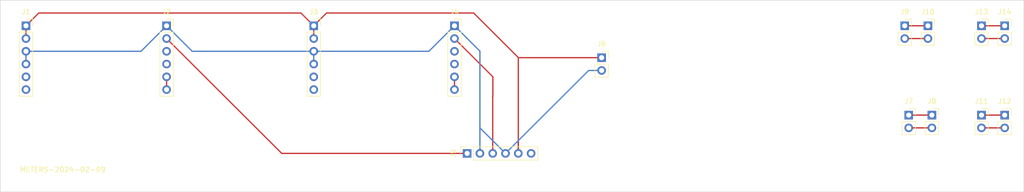
<source format=kicad_pcb>
(kicad_pcb (version 20221018) (generator pcbnew)
  (layers (0 "F.Cu" signal) (31 "B.Cu" signal) (34 "B.Paste" user) (35 "F.Paste" user) (36 "B.SilkS" user "B.Silkscreen") (37 "F.SilkS" user "F.Silkscreen") (38 "B.Mask" user) (39 "F.Mask" user) (44 "Edge.Cuts" user))
  (net 0 "")
  (net 1 "Net-(J1-Pin_1)")
  (net 2 "Net-(J1-Pin_3)")
  (net 5 "Net-(J2-Pin_2)")
  (net 8 "Net-(J2-Pin_5)")
  (net 11 "Net-(J4-Pin_2)")
  (net 14 "Net-(J4-Pin_5)")
  (net 16 "Net-(J7-Pin_1)")
  (net 17 "Net-(J7-Pin_2)")
  (net 18 "Net-(J10-Pin_1)")
  (net 19 "Net-(J10-Pin_2)")
  (net 20 "Net-(J11-Pin_1)")
  (net 21 "Net-(J11-Pin_2)")
  (net 22 "Net-(J13-Pin_1)")
  (net 23 "Net-(J13-Pin_2)")
  (footprint "Connector_PinSocket_2.54mm:PinSocket_1x06_P2.54mm_Vertical" (layer "F.Cu") (at 90.17 5.08)
    (fp_text reference "J4" (at 0 -2.77) (layer "F.SilkS"))
    (fp_text value "M_06-12-7")
    (fp_line (start -1.33 1.27) (end -1.33 14.03) (stroke (width 0.12)) (layer "F.SilkS"))
    (fp_line (start -1.33 1.27) (end 1.33 1.27) (stroke (width 0.12)) (layer "F.SilkS"))
    (fp_line (start -1.33 14.03) (end 1.33 14.03) (stroke (width 0.12)) (layer "F.SilkS"))
    (fp_line (start 0 -1.33) (end 1.33 -1.33) (stroke (width 0.12)) (layer "F.SilkS"))
    (fp_line (start 1.33 -1.33) (end 1.33 0) (stroke (width 0.12)) (layer "F.SilkS"))
    (fp_line (start 1.33 1.27) (end 1.33 14.03) (stroke (width 0.12)) (layer "F.SilkS"))
    (pad "1" thru_hole rect (at 0 0) (size 1.7 1.7) (drill 1) (layers "*.Cu" "*.Mask") (net 2 "Net-(J1-Pin_3)"))
    (pad "2" thru_hole oval (at 0 2.54) (size 1.7 1.7) (drill 1) (layers "*.Cu" "*.Mask") (net 11 "Net-(J4-Pin_2)"))
    (pad "3" thru_hole oval (at 0 5.08) (size 1.7 1.7) (drill 1) (layers "*.Cu" "*.Mask"))
    (pad "4" thru_hole oval (at 0 7.62) (size 1.7 1.7) (drill 1) (layers "*.Cu" "*.Mask"))
    (pad "5" thru_hole oval (at 0 10.16) (size 1.7 1.7) (drill 1) (layers "*.Cu" "*.Mask") (net 14 "Net-(J4-Pin_5)"))
    (pad "6" thru_hole oval (at 0 12.7) (size 1.7 1.7) (drill 1) (layers "*.Cu" "*.Mask") (net 14 "Net-(J4-Pin_5)"))
  )
  (footprint "Connector_PinSocket_2.54mm:PinSocket_1x02_P2.54mm_Vertical" (layer "F.Cu") (at 199.39 22.86)
    (fp_text reference "J12" (at 0 -2.77) (layer "F.SilkS"))
    (fp_text value "MF3")
    (fp_line (start -1.33 1.27) (end -1.33 3.87) (stroke (width 0.12)) (layer "F.SilkS"))
    (fp_line (start -1.33 1.27) (end 1.33 1.27) (stroke (width 0.12)) (layer "F.SilkS"))
    (fp_line (start -1.33 3.87) (end 1.33 3.87) (stroke (width 0.12)) (layer "F.SilkS"))
    (fp_line (start 0 -1.33) (end 1.33 -1.33) (stroke (width 0.12)) (layer "F.SilkS"))
    (fp_line (start 1.33 -1.33) (end 1.33 0) (stroke (width 0.12)) (layer "F.SilkS"))
    (fp_line (start 1.33 1.27) (end 1.33 3.87) (stroke (width 0.12)) (layer "F.SilkS"))
    (pad "1" thru_hole rect (at 0 0) (size 1.7 1.7) (drill 1) (layers "*.Cu" "*.Mask") (net 20 "Net-(J11-Pin_1)"))
    (pad "2" thru_hole oval (at 0 2.54) (size 1.7 1.7) (drill 1) (layers "*.Cu" "*.Mask") (net 21 "Net-(J11-Pin_2)"))
  )
  (footprint "Connector_PinSocket_2.54mm:PinSocket_1x06_P2.54mm_Vertical" (layer "F.Cu") (at 62.23 5.08)
    (fp_text reference "J3" (at 0 -2.77) (layer "F.SilkS"))
    (fp_text value "M_96-1-6")
    (fp_line (start -1.33 1.27) (end -1.33 14.03) (stroke (width 0.12)) (layer "F.SilkS"))
    (fp_line (start -1.33 1.27) (end 1.33 1.27) (stroke (width 0.12)) (layer "F.SilkS"))
    (fp_line (start -1.33 14.03) (end 1.33 14.03) (stroke (width 0.12)) (layer "F.SilkS"))
    (fp_line (start 0 -1.33) (end 1.33 -1.33) (stroke (width 0.12)) (layer "F.SilkS"))
    (fp_line (start 1.33 -1.33) (end 1.33 0) (stroke (width 0.12)) (layer "F.SilkS"))
    (fp_line (start 1.33 1.27) (end 1.33 14.03) (stroke (width 0.12)) (layer "F.SilkS"))
    (pad "1" thru_hole rect (at 0 0) (size 1.7 1.7) (drill 1) (layers "*.Cu" "*.Mask") (net 1 "Net-(J1-Pin_1)"))
    (pad "2" thru_hole oval (at 0 2.54) (size 1.7 1.7) (drill 1) (layers "*.Cu" "*.Mask") (net 1 "Net-(J1-Pin_1)"))
    (pad "3" thru_hole oval (at 0 5.08) (size 1.7 1.7) (drill 1) (layers "*.Cu" "*.Mask") (net 2 "Net-(J1-Pin_3)"))
    (pad "4" thru_hole oval (at 0 7.62) (size 1.7 1.7) (drill 1) (layers "*.Cu" "*.Mask") (net 2 "Net-(J1-Pin_3)"))
    (pad "5" thru_hole oval (at 0 10.16) (size 1.7 1.7) (drill 1) (layers "*.Cu" "*.Mask"))
    (pad "6" thru_hole oval (at 0 12.7) (size 1.7 1.7) (drill 1) (layers "*.Cu" "*.Mask"))
  )
  (footprint "Connector_PinSocket_2.54mm:PinSocket_1x02_P2.54mm_Vertical" (layer "F.Cu") (at 119.38 11.43)
    (fp_text reference "J6" (at 0 -2.77) (layer "F.SilkS"))
    (fp_text value "M5")
    (fp_line (start -1.33 1.27) (end -1.33 3.87) (stroke (width 0.12)) (layer "F.SilkS"))
    (fp_line (start -1.33 1.27) (end 1.33 1.27) (stroke (width 0.12)) (layer "F.SilkS"))
    (fp_line (start -1.33 3.87) (end 1.33 3.87) (stroke (width 0.12)) (layer "F.SilkS"))
    (fp_line (start 0 -1.33) (end 1.33 -1.33) (stroke (width 0.12)) (layer "F.SilkS"))
    (fp_line (start 1.33 -1.33) (end 1.33 0) (stroke (width 0.12)) (layer "F.SilkS"))
    (fp_line (start 1.33 1.27) (end 1.33 3.87) (stroke (width 0.12)) (layer "F.SilkS"))
    (pad "1" thru_hole rect (at 0 0) (size 1.7 1.7) (drill 1) (layers "*.Cu" "*.Mask") (net 1 "Net-(J1-Pin_1)"))
    (pad "2" thru_hole oval (at 0 2.54) (size 1.7 1.7) (drill 1) (layers "*.Cu" "*.Mask") (net 2 "Net-(J1-Pin_3)"))
  )
  (footprint "Connector_PinSocket_2.54mm:PinSocket_1x02_P2.54mm_Vertical" (layer "F.Cu") (at 194.79 22.86)
    (fp_text reference "J11" (at 0 -2.77) (layer "F.SilkS"))
    (fp_text value "FP3")
    (fp_line (start -1.33 1.27) (end -1.33 3.87) (stroke (width 0.12)) (layer "F.SilkS"))
    (fp_line (start -1.33 1.27) (end 1.33 1.27) (stroke (width 0.12)) (layer "F.SilkS"))
    (fp_line (start -1.33 3.87) (end 1.33 3.87) (stroke (width 0.12)) (layer "F.SilkS"))
    (fp_line (start 0 -1.33) (end 1.33 -1.33) (stroke (width 0.12)) (layer "F.SilkS"))
    (fp_line (start 1.33 -1.33) (end 1.33 0) (stroke (width 0.12)) (layer "F.SilkS"))
    (fp_line (start 1.33 1.27) (end 1.33 3.87) (stroke (width 0.12)) (layer "F.SilkS"))
    (pad "1" thru_hole rect (at 0 0) (size 1.7 1.7) (drill 1) (layers "*.Cu" "*.Mask") (net 20 "Net-(J11-Pin_1)"))
    (pad "2" thru_hole oval (at 0 2.54) (size 1.7 1.7) (drill 1) (layers "*.Cu" "*.Mask") (net 21 "Net-(J11-Pin_2)"))
  )
  (footprint "Connector_PinSocket_2.54mm:PinSocket_1x02_P2.54mm_Vertical" (layer "F.Cu") (at 199.39 5.08)
    (fp_text reference "J14" (at 0 -2.77) (layer "F.SilkS"))
    (fp_text value "MF4")
    (fp_line (start -1.33 1.27) (end -1.33 3.87) (stroke (width 0.12)) (layer "F.SilkS"))
    (fp_line (start -1.33 1.27) (end 1.33 1.27) (stroke (width 0.12)) (layer "F.SilkS"))
    (fp_line (start -1.33 3.87) (end 1.33 3.87) (stroke (width 0.12)) (layer "F.SilkS"))
    (fp_line (start 0 -1.33) (end 1.33 -1.33) (stroke (width 0.12)) (layer "F.SilkS"))
    (fp_line (start 1.33 -1.33) (end 1.33 0) (stroke (width 0.12)) (layer "F.SilkS"))
    (fp_line (start 1.33 1.27) (end 1.33 3.87) (stroke (width 0.12)) (layer "F.SilkS"))
    (pad "1" thru_hole rect (at 0 0) (size 1.7 1.7) (drill 1) (layers "*.Cu" "*.Mask") (net 22 "Net-(J13-Pin_1)"))
    (pad "2" thru_hole oval (at 0 2.54) (size 1.7 1.7) (drill 1) (layers "*.Cu" "*.Mask") (net 23 "Net-(J13-Pin_2)"))
  )
  (footprint "Connector_PinSocket_2.54mm:PinSocket_1x06_P2.54mm_Vertical" (layer "F.Cu") (at 92.68 30.48 90)
    (fp_text reference "J5" (at 0 -2.77 90) (layer "F.SilkS"))
    (fp_text value "PWR")
    (fp_line (start -1.33 1.27) (end -1.33 14.03) (stroke (width 0.12)) (layer "F.SilkS"))
    (fp_line (start -1.33 1.27) (end 1.33 1.27) (stroke (width 0.12)) (layer "F.SilkS"))
    (fp_line (start -1.33 14.03) (end 1.33 14.03) (stroke (width 0.12)) (layer "F.SilkS"))
    (fp_line (start 0 -1.33) (end 1.33 -1.33) (stroke (width 0.12)) (layer "F.SilkS"))
    (fp_line (start 1.33 -1.33) (end 1.33 0) (stroke (width 0.12)) (layer "F.SilkS"))
    (fp_line (start 1.33 1.27) (end 1.33 14.03) (stroke (width 0.12)) (layer "F.SilkS"))
    (pad "1" thru_hole rect (at 0 0 90) (size 1.7 1.7) (drill 1) (layers "*.Cu" "*.Mask") (net 5 "Net-(J2-Pin_2)"))
    (pad "2" thru_hole oval (at 0 2.54 90) (size 1.7 1.7) (drill 1) (layers "*.Cu" "*.Mask") (net 2 "Net-(J1-Pin_3)"))
    (pad "3" thru_hole oval (at 0 5.08 90) (size 1.7 1.7) (drill 1) (layers "*.Cu" "*.Mask") (net 11 "Net-(J4-Pin_2)"))
    (pad "4" thru_hole oval (at 0 7.62 90) (size 1.7 1.7) (drill 1) (layers "*.Cu" "*.Mask") (net 2 "Net-(J1-Pin_3)"))
    (pad "5" thru_hole oval (at 0 10.16 90) (size 1.7 1.7) (drill 1) (layers "*.Cu" "*.Mask") (net 1 "Net-(J1-Pin_1)"))
    (pad "6" thru_hole oval (at 0 12.7 90) (size 1.7 1.7) (drill 1) (layers "*.Cu" "*.Mask"))
  )
  (footprint "Connector_PinSocket_2.54mm:PinSocket_1x02_P2.54mm_Vertical" (layer "F.Cu") (at 180.34 22.86)
    (fp_text reference "J7" (at 0 -2.77) (layer "F.SilkS"))
    (fp_text value "FP1")
    (fp_line (start -1.33 1.27) (end -1.33 3.87) (stroke (width 0.12)) (layer "F.SilkS"))
    (fp_line (start -1.33 1.27) (end 1.33 1.27) (stroke (width 0.12)) (layer "F.SilkS"))
    (fp_line (start -1.33 3.87) (end 1.33 3.87) (stroke (width 0.12)) (layer "F.SilkS"))
    (fp_line (start 0 -1.33) (end 1.33 -1.33) (stroke (width 0.12)) (layer "F.SilkS"))
    (fp_line (start 1.33 -1.33) (end 1.33 0) (stroke (width 0.12)) (layer "F.SilkS"))
    (fp_line (start 1.33 1.27) (end 1.33 3.87) (stroke (width 0.12)) (layer "F.SilkS"))
    (pad "1" thru_hole rect (at 0 0) (size 1.7 1.7) (drill 1) (layers "*.Cu" "*.Mask") (net 16 "Net-(J7-Pin_1)"))
    (pad "2" thru_hole oval (at 0 2.54) (size 1.7 1.7) (drill 1) (layers "*.Cu" "*.Mask") (net 17 "Net-(J7-Pin_2)"))
  )
  (footprint "Connector_PinSocket_2.54mm:PinSocket_1x02_P2.54mm_Vertical" (layer "F.Cu") (at 179.55 5.08)
    (fp_text reference "J9" (at 0 -2.77) (layer "F.SilkS"))
    (fp_text value "FP2")
    (fp_line (start -1.33 1.27) (end -1.33 3.87) (stroke (width 0.12)) (layer "F.SilkS"))
    (fp_line (start -1.33 1.27) (end 1.33 1.27) (stroke (width 0.12)) (layer "F.SilkS"))
    (fp_line (start -1.33 3.87) (end 1.33 3.87) (stroke (width 0.12)) (layer "F.SilkS"))
    (fp_line (start 0 -1.33) (end 1.33 -1.33) (stroke (width 0.12)) (layer "F.SilkS"))
    (fp_line (start 1.33 -1.33) (end 1.33 0) (stroke (width 0.12)) (layer "F.SilkS"))
    (fp_line (start 1.33 1.27) (end 1.33 3.87) (stroke (width 0.12)) (layer "F.SilkS"))
    (pad "1" thru_hole rect (at 0 0) (size 1.7 1.7) (drill 1) (layers "*.Cu" "*.Mask") (net 18 "Net-(J10-Pin_1)"))
    (pad "2" thru_hole oval (at 0 2.54) (size 1.7 1.7) (drill 1) (layers "*.Cu" "*.Mask") (net 19 "Net-(J10-Pin_2)"))
  )
  (footprint "Connector_PinSocket_2.54mm:PinSocket_1x02_P2.54mm_Vertical" (layer "F.Cu") (at 184.15 5.08)
    (fp_text reference "J10" (at 0 -2.77) (layer "F.SilkS"))
    (fp_text value "MF2")
    (fp_line (start -1.33 1.27) (end -1.33 3.87) (stroke (width 0.12)) (layer "F.SilkS"))
    (fp_line (start -1.33 1.27) (end 1.33 1.27) (stroke (width 0.12)) (layer "F.SilkS"))
    (fp_line (start -1.33 3.87) (end 1.33 3.87) (stroke (width 0.12)) (layer "F.SilkS"))
    (fp_line (start 0 -1.33) (end 1.33 -1.33) (stroke (width 0.12)) (layer "F.SilkS"))
    (fp_line (start 1.33 -1.33) (end 1.33 0) (stroke (width 0.12)) (layer "F.SilkS"))
    (fp_line (start 1.33 1.27) (end 1.33 3.87) (stroke (width 0.12)) (layer "F.SilkS"))
    (pad "1" thru_hole rect (at 0 0) (size 1.7 1.7) (drill 1) (layers "*.Cu" "*.Mask") (net 18 "Net-(J10-Pin_1)"))
    (pad "2" thru_hole oval (at 0 2.54) (size 1.7 1.7) (drill 1) (layers "*.Cu" "*.Mask") (net 19 "Net-(J10-Pin_2)"))
  )
  (footprint "Connector_PinSocket_2.54mm:PinSocket_1x02_P2.54mm_Vertical" (layer "F.Cu") (at 194.79 5.08)
    (fp_text reference "J13" (at 0 -2.77) (layer "F.SilkS"))
    (fp_text value "FP4")
    (fp_line (start -1.33 1.27) (end -1.33 3.87) (stroke (width 0.12)) (layer "F.SilkS"))
    (fp_line (start -1.33 1.27) (end 1.33 1.27) (stroke (width 0.12)) (layer "F.SilkS"))
    (fp_line (start -1.33 3.87) (end 1.33 3.87) (stroke (width 0.12)) (layer "F.SilkS"))
    (fp_line (start 0 -1.33) (end 1.33 -1.33) (stroke (width 0.12)) (layer "F.SilkS"))
    (fp_line (start 1.33 -1.33) (end 1.33 0) (stroke (width 0.12)) (layer "F.SilkS"))
    (fp_line (start 1.33 1.27) (end 1.33 3.87) (stroke (width 0.12)) (layer "F.SilkS"))
    (pad "1" thru_hole rect (at 0 0) (size 1.7 1.7) (drill 1) (layers "*.Cu" "*.Mask") (net 22 "Net-(J13-Pin_1)"))
    (pad "2" thru_hole oval (at 0 2.54) (size 1.7 1.7) (drill 1) (layers "*.Cu" "*.Mask") (net 23 "Net-(J13-Pin_2)"))
  )
  (footprint "Connector_PinSocket_2.54mm:PinSocket_1x06_P2.54mm_Vertical" (layer "F.Cu") (at 5.105 5.08)
    (fp_text reference "J1" (at 0 -2.77) (layer "F.SilkS"))
    (fp_text value "M120-1-6")
    (fp_line (start -1.33 1.27) (end -1.33 14.03) (stroke (width 0.12)) (layer "F.SilkS"))
    (fp_line (start -1.33 1.27) (end 1.33 1.27) (stroke (width 0.12)) (layer "F.SilkS"))
    (fp_line (start -1.33 14.03) (end 1.33 14.03) (stroke (width 0.12)) (layer "F.SilkS"))
    (fp_line (start 0 -1.33) (end 1.33 -1.33) (stroke (width 0.12)) (layer "F.SilkS"))
    (fp_line (start 1.33 -1.33) (end 1.33 0) (stroke (width 0.12)) (layer "F.SilkS"))
    (fp_line (start 1.33 1.27) (end 1.33 14.03) (stroke (width 0.12)) (layer "F.SilkS"))
    (pad "1" thru_hole rect (at 0 0) (size 1.7 1.7) (drill 1) (layers "*.Cu" "*.Mask") (net 1 "Net-(J1-Pin_1)"))
    (pad "2" thru_hole oval (at 0 2.54) (size 1.7 1.7) (drill 1) (layers "*.Cu" "*.Mask") (net 1 "Net-(J1-Pin_1)"))
    (pad "3" thru_hole oval (at 0 5.08) (size 1.7 1.7) (drill 1) (layers "*.Cu" "*.Mask") (net 2 "Net-(J1-Pin_3)"))
    (pad "4" thru_hole oval (at 0 7.62) (size 1.7 1.7) (drill 1) (layers "*.Cu" "*.Mask") (net 2 "Net-(J1-Pin_3)"))
    (pad "5" thru_hole oval (at 0 10.16) (size 1.7 1.7) (drill 1) (layers "*.Cu" "*.Mask"))
    (pad "6" thru_hole oval (at 0 12.7) (size 1.7 1.7) (drill 1) (layers "*.Cu" "*.Mask"))
  )
  (footprint "Connector_PinSocket_2.54mm:PinSocket_1x02_P2.54mm_Vertical" (layer "F.Cu") (at 184.94 22.86)
    (fp_text reference "J8" (at 0 -2.77) (layer "F.SilkS"))
    (fp_text value "MF1")
    (fp_line (start -1.33 1.27) (end -1.33 3.87) (stroke (width 0.12)) (layer "F.SilkS"))
    (fp_line (start -1.33 1.27) (end 1.33 1.27) (stroke (width 0.12)) (layer "F.SilkS"))
    (fp_line (start -1.33 3.87) (end 1.33 3.87) (stroke (width 0.12)) (layer "F.SilkS"))
    (fp_line (start 0 -1.33) (end 1.33 -1.33) (stroke (width 0.12)) (layer "F.SilkS"))
    (fp_line (start 1.33 -1.33) (end 1.33 0) (stroke (width 0.12)) (layer "F.SilkS"))
    (fp_line (start 1.33 1.27) (end 1.33 3.87) (stroke (width 0.12)) (layer "F.SilkS"))
    (pad "1" thru_hole rect (at 0 0) (size 1.7 1.7) (drill 1) (layers "*.Cu" "*.Mask") (net 16 "Net-(J7-Pin_1)"))
    (pad "2" thru_hole oval (at 0 2.54) (size 1.7 1.7) (drill 1) (layers "*.Cu" "*.Mask") (net 17 "Net-(J7-Pin_2)"))
  )
  (footprint "Connector_PinSocket_2.54mm:PinSocket_1x06_P2.54mm_Vertical" (layer "F.Cu") (at 33.02 5.08)
    (fp_text reference "J2" (at 0 -2.77) (layer "F.SilkS"))
    (fp_text value "M120-12-7")
    (fp_line (start -1.33 1.27) (end -1.33 14.03) (stroke (width 0.12)) (layer "F.SilkS"))
    (fp_line (start -1.33 1.27) (end 1.33 1.27) (stroke (width 0.12)) (layer "F.SilkS"))
    (fp_line (start -1.33 14.03) (end 1.33 14.03) (stroke (width 0.12)) (layer "F.SilkS"))
    (fp_line (start 0 -1.33) (end 1.33 -1.33) (stroke (width 0.12)) (layer "F.SilkS"))
    (fp_line (start 1.33 -1.33) (end 1.33 0) (stroke (width 0.12)) (layer "F.SilkS"))
    (fp_line (start 1.33 1.27) (end 1.33 14.03) (stroke (width 0.12)) (layer "F.SilkS"))
    (pad "1" thru_hole rect (at 0 0) (size 1.7 1.7) (drill 1) (layers "*.Cu" "*.Mask") (net 2 "Net-(J1-Pin_3)"))
    (pad "2" thru_hole oval (at 0 2.54) (size 1.7 1.7) (drill 1) (layers "*.Cu" "*.Mask") (net 5 "Net-(J2-Pin_2)"))
    (pad "3" thru_hole oval (at 0 5.08) (size 1.7 1.7) (drill 1) (layers "*.Cu" "*.Mask"))
    (pad "4" thru_hole oval (at 0 7.62) (size 1.7 1.7) (drill 1) (layers "*.Cu" "*.Mask"))
    (pad "5" thru_hole oval (at 0 10.16) (size 1.7 1.7) (drill 1) (layers "*.Cu" "*.Mask") (net 8 "Net-(J2-Pin_5)"))
    (pad "6" thru_hole oval (at 0 12.7) (size 1.7 1.7) (drill 1) (layers "*.Cu" "*.Mask") (net 8 "Net-(J2-Pin_5)"))
  )
  (gr_rect (start 0 0) (end 203.2 38.1) (stroke (width 0.1)) (fill none) (layer "Edge.Cuts"))
  (gr_text "METERS-2024-02-09" (at 3.81 34.29) (layer "F.SilkS") (effects (font (size 1 1)) (justify left bottom)))
  (segment (start 102.84 30.48) (end 102.84 11.43) (width 0.25) (layer "F.Cu") (net 1))
  (segment (start 59.69 2.54) (end 62.23 5.08) (width 0.25) (layer "F.Cu") (net 1))
  (segment (start 62.23 5.08) (end 62.23 7.62) (width 0.25) (layer "F.Cu") (net 1))
  (segment (start 5.105 5.08) (end 5.105 7.62) (width 0.25) (layer "F.Cu") (net 1))
  (segment (start 102.84 11.4) (end 93.98 2.54) (width 0.25) (layer "F.Cu") (net 1))
  (segment (start 64.77 2.54) (end 93.98 2.54) (width 0.25) (layer "F.Cu") (net 1))
  (segment (start 102.84 30.48) (end 102.84 27.97) (width 0.25) (layer "F.Cu") (net 1))
  (segment (start 7.62 2.54) (end 59.69 2.54) (width 0.25) (layer "F.Cu") (net 1))
  (segment (start 5.105 5.08) (end 7.62 2.565) (width 0.25) (layer "F.Cu") (net 1))
  (segment (start 102.84 11.43) (end 102.84 11.4) (width 0.25) (layer "F.Cu") (net 1))
  (segment (start 102.84 11.43) (end 119.38 11.43) (width 0.25) (layer "F.Cu") (net 1))
  (segment (start 7.62 2.565) (end 7.62 2.54) (width 0.25) (layer "F.Cu") (net 1))
  (segment (start 62.23 5.08) (end 64.77 2.54) (width 0.25) (layer "F.Cu") (net 1))
  (segment (start 5.105 12.7) (end 5.105 10.16) (width 0.25) (layer "B.Cu") (net 2))
  (segment (start 85.09 10.16) (end 90.17 5.08) (width 0.25) (layer "B.Cu") (net 2))
  (segment (start 100.3 30.48) (end 95.22 25.4) (width 0.25) (layer "B.Cu") (net 2))
  (segment (start 27.94 10.16) (end 33.02 5.08) (width 0.25) (layer "B.Cu") (net 2))
  (segment (start 38.1 10.16) (end 62.23 10.16) (width 0.25) (layer "B.Cu") (net 2))
  (segment (start 5.105 10.16) (end 27.94 10.16) (width 0.25) (layer "B.Cu") (net 2))
  (segment (start 90.17 5.08) (end 95.22 10.13) (width 0.25) (layer "B.Cu") (net 2))
  (segment (start 62.23 10.16) (end 62.23 12.7) (width 0.25) (layer "B.Cu") (net 2))
  (segment (start 95.22 10.13) (end 95.22 25.4) (width 0.25) (layer "B.Cu") (net 2))
  (segment (start 62.23 10.16) (end 85.09 10.16) (width 0.25) (layer "B.Cu") (net 2))
  (segment (start 119.38 13.97) (end 116.81 13.97) (width 0.25) (layer "B.Cu") (net 2))
  (segment (start 116.81 13.97) (end 100.3 30.48) (width 0.25) (layer "B.Cu") (net 2))
  (segment (start 33.02 5.08) (end 38.1 10.16) (width 0.25) (layer "B.Cu") (net 2))
  (segment (start 95.22 25.4) (end 95.22 30.48) (width 0.25) (layer "B.Cu") (net 2))
  (segment (start 55.88 30.48) (end 33.02 7.62) (width 0.25) (layer "F.Cu") (net 5))
  (segment (start 92.68 30.48) (end 55.88 30.48) (width 0.25) (layer "F.Cu") (net 5))
  (segment (start 33.02 17.78) (end 33.02 15.24) (width 0.25) (layer "F.Cu") (net 8))
  (segment (start 97.76 19.08) (end 97.79 19.05) (width 0.25) (layer "F.Cu") (net 11))
  (segment (start 97.79 19.05) (end 97.79 15.24) (width 0.25) (layer "F.Cu") (net 11))
  (segment (start 97.76 30.48) (end 97.76 19.08) (width 0.25) (layer "F.Cu") (net 11))
  (segment (start 97.79 15.24) (end 90.17 7.62) (width 0.25) (layer "F.Cu") (net 11))
  (segment (start 90.17 17.78) (end 90.17 15.24) (width 0.25) (layer "F.Cu") (net 14))
  (segment (start 180.34 22.86) (end 184.94 22.86) (width 0.25) (layer "F.Cu") (net 16))
  (segment (start 184.94 25.4) (end 180.34 25.4) (width 0.25) (layer "F.Cu") (net 17))
  (segment (start 179.55 5.08) (end 184.15 5.08) (width 0.25) (layer "F.Cu") (net 18))
  (segment (start 184.15 7.62) (end 179.55 7.62) (width 0.25) (layer "F.Cu") (net 19))
  (segment (start 199.39 22.86) (end 194.79 22.86) (width 0.25) (layer "F.Cu") (net 20))
  (segment (start 194.79 25.4) (end 199.39 25.4) (width 0.25) (layer "F.Cu") (net 21))
  (segment (start 199.39 5.08) (end 194.79 5.08) (width 0.25) (layer "F.Cu") (net 22))
  (segment (start 194.79 7.62) (end 199.39 7.62) (width 0.25) (layer "F.Cu") (net 23))
)
</source>
